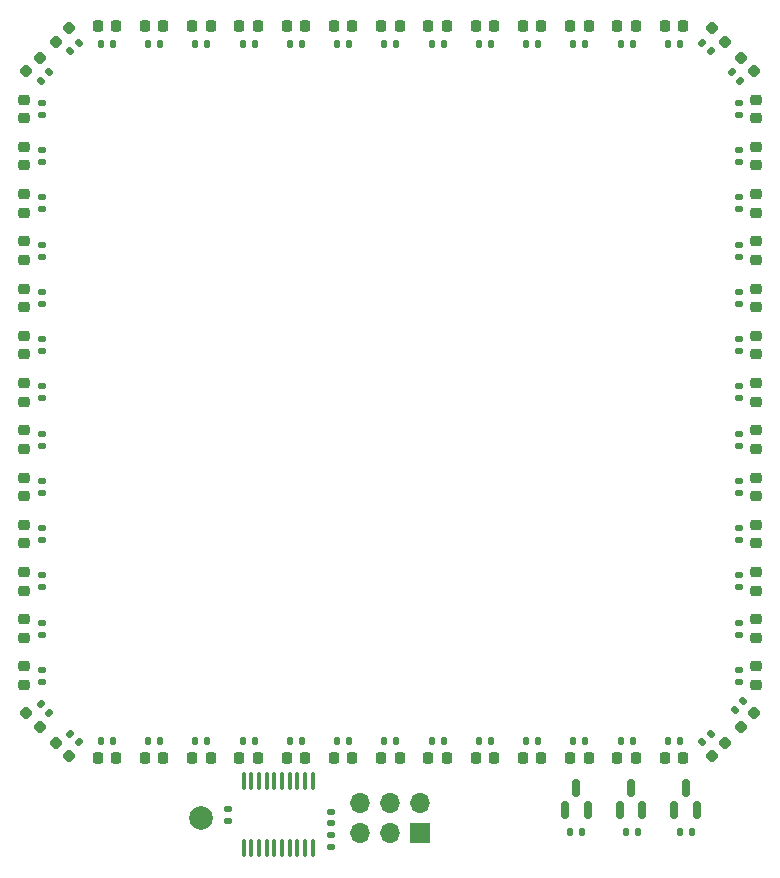
<source format=gts>
G04 #@! TF.GenerationSoftware,KiCad,Pcbnew,8.0.5-1.fc40*
G04 #@! TF.CreationDate,2024-11-12T05:50:39-08:00*
G04 #@! TF.ProjectId,2024-supercon-sign-sao,32303234-2d73-4757-9065-72636f6e2d73,rev?*
G04 #@! TF.SameCoordinates,Original*
G04 #@! TF.FileFunction,Soldermask,Top*
G04 #@! TF.FilePolarity,Negative*
%FSLAX46Y46*%
G04 Gerber Fmt 4.6, Leading zero omitted, Abs format (unit mm)*
G04 Created by KiCad (PCBNEW 8.0.5-1.fc40) date 2024-11-12 05:50:39*
%MOMM*%
%LPD*%
G01*
G04 APERTURE LIST*
G04 Aperture macros list*
%AMRoundRect*
0 Rectangle with rounded corners*
0 $1 Rounding radius*
0 $2 $3 $4 $5 $6 $7 $8 $9 X,Y pos of 4 corners*
0 Add a 4 corners polygon primitive as box body*
4,1,4,$2,$3,$4,$5,$6,$7,$8,$9,$2,$3,0*
0 Add four circle primitives for the rounded corners*
1,1,$1+$1,$2,$3*
1,1,$1+$1,$4,$5*
1,1,$1+$1,$6,$7*
1,1,$1+$1,$8,$9*
0 Add four rect primitives between the rounded corners*
20,1,$1+$1,$2,$3,$4,$5,0*
20,1,$1+$1,$4,$5,$6,$7,0*
20,1,$1+$1,$6,$7,$8,$9,0*
20,1,$1+$1,$8,$9,$2,$3,0*%
G04 Aperture macros list end*
%ADD10RoundRect,0.135000X-0.135000X-0.185000X0.135000X-0.185000X0.135000X0.185000X-0.135000X0.185000X0*%
%ADD11RoundRect,0.218750X-0.218750X-0.256250X0.218750X-0.256250X0.218750X0.256250X-0.218750X0.256250X0*%
%ADD12RoundRect,0.218750X0.256250X-0.218750X0.256250X0.218750X-0.256250X0.218750X-0.256250X-0.218750X0*%
%ADD13RoundRect,0.218750X0.026517X-0.335876X0.335876X-0.026517X-0.026517X0.335876X-0.335876X0.026517X0*%
%ADD14RoundRect,0.135000X0.035355X-0.226274X0.226274X-0.035355X-0.035355X0.226274X-0.226274X0.035355X0*%
%ADD15RoundRect,0.135000X0.185000X-0.135000X0.185000X0.135000X-0.185000X0.135000X-0.185000X-0.135000X0*%
%ADD16RoundRect,0.150000X0.150000X-0.587500X0.150000X0.587500X-0.150000X0.587500X-0.150000X-0.587500X0*%
%ADD17RoundRect,0.135000X-0.226274X-0.035355X-0.035355X-0.226274X0.226274X0.035355X0.035355X0.226274X0*%
%ADD18RoundRect,0.140000X0.170000X-0.140000X0.170000X0.140000X-0.170000X0.140000X-0.170000X-0.140000X0*%
%ADD19RoundRect,0.218750X-0.026517X0.335876X-0.335876X0.026517X0.026517X-0.335876X0.335876X-0.026517X0*%
%ADD20RoundRect,0.135000X-0.185000X0.135000X-0.185000X-0.135000X0.185000X-0.135000X0.185000X0.135000X0*%
%ADD21RoundRect,0.135000X0.226274X0.035355X0.035355X0.226274X-0.226274X-0.035355X-0.035355X-0.226274X0*%
%ADD22RoundRect,0.218750X0.335876X0.026517X0.026517X0.335876X-0.335876X-0.026517X-0.026517X-0.335876X0*%
%ADD23RoundRect,0.218750X-0.335876X-0.026517X-0.026517X-0.335876X0.335876X0.026517X0.026517X0.335876X0*%
%ADD24RoundRect,0.100000X0.100000X-0.637500X0.100000X0.637500X-0.100000X0.637500X-0.100000X-0.637500X0*%
%ADD25RoundRect,0.135000X-0.035355X0.226274X-0.226274X0.035355X0.035355X-0.226274X0.226274X-0.035355X0*%
%ADD26C,2.000000*%
%ADD27RoundRect,0.140000X-0.170000X0.140000X-0.170000X-0.140000X0.170000X-0.140000X0.170000X0.140000X0*%
%ADD28R,1.700000X1.700000*%
%ADD29O,1.700000X1.700000*%
G04 APERTURE END LIST*
D10*
G04 #@! TO.C,R54*
X121490000Y-128500000D03*
X122510000Y-128500000D03*
G04 #@! TD*
D11*
G04 #@! TO.C,DB10*
X149212500Y-68000000D03*
X150787500Y-68000000D03*
G04 #@! TD*
D12*
G04 #@! TO.C,DC13*
X157000000Y-103787500D03*
X157000000Y-102212500D03*
G04 #@! TD*
D13*
G04 #@! TO.C,DA6*
X97693153Y-69306847D03*
X98806847Y-68193153D03*
G04 #@! TD*
D11*
G04 #@! TO.C,DB18*
X125212500Y-130000000D03*
X126787500Y-130000000D03*
G04 #@! TD*
D10*
G04 #@! TO.C,R47*
X149490000Y-128500000D03*
X150510000Y-128500000D03*
G04 #@! TD*
D12*
G04 #@! TO.C,DB12*
X157000000Y-87787500D03*
X157000000Y-86212500D03*
G04 #@! TD*
D14*
G04 #@! TO.C,R15*
X96389376Y-72610624D03*
X97110624Y-71889376D03*
G04 #@! TD*
D11*
G04 #@! TO.C,DA19*
X117212500Y-130000000D03*
X118787500Y-130000000D03*
G04 #@! TD*
D15*
G04 #@! TO.C,R41*
X155500000Y-111509999D03*
X155500000Y-110490001D03*
G04 #@! TD*
D10*
G04 #@! TO.C,R27*
X141490000Y-69500000D03*
X142510000Y-69500000D03*
G04 #@! TD*
D11*
G04 #@! TO.C,DC17*
X133212500Y-130000000D03*
X134787500Y-130000000D03*
G04 #@! TD*
D10*
G04 #@! TO.C,R28*
X145490000Y-69500000D03*
X146510000Y-69500000D03*
G04 #@! TD*
G04 #@! TO.C,R59*
X101490000Y-128500000D03*
X102510000Y-128500000D03*
G04 #@! TD*
G04 #@! TO.C,R23*
X125490000Y-69500000D03*
X126510000Y-69500000D03*
G04 #@! TD*
D16*
G04 #@! TO.C,Q2*
X145425001Y-134375000D03*
X147325001Y-134375000D03*
X146375001Y-132499999D03*
G04 #@! TD*
G04 #@! TO.C,Q3*
X150050000Y-134375001D03*
X151950000Y-134375001D03*
X151000000Y-132500000D03*
G04 #@! TD*
D10*
G04 #@! TO.C,R20*
X113490000Y-69500000D03*
X114510000Y-69500000D03*
G04 #@! TD*
D11*
G04 #@! TO.C,DC9*
X141212500Y-68000000D03*
X142787500Y-68000000D03*
G04 #@! TD*
D10*
G04 #@! TO.C,R56*
X113490000Y-128500000D03*
X114510000Y-128500000D03*
G04 #@! TD*
D15*
G04 #@! TO.C,R40*
X155500000Y-107509999D03*
X155500000Y-106490001D03*
G04 #@! TD*
D11*
G04 #@! TO.C,DA8*
X121212500Y-68000000D03*
X122787500Y-68000000D03*
G04 #@! TD*
G04 #@! TO.C,DA7*
X109212500Y-68000000D03*
X110787500Y-68000000D03*
G04 #@! TD*
D17*
G04 #@! TO.C,R31*
X154889376Y-71889376D03*
X155610624Y-72610624D03*
G04 #@! TD*
D12*
G04 #@! TO.C,DB13*
X157000000Y-99787500D03*
X157000000Y-98212500D03*
G04 #@! TD*
D18*
G04 #@! TO.C,C1*
X121000000Y-135480000D03*
X121000000Y-134520000D03*
G04 #@! TD*
D10*
G04 #@! TO.C,R51*
X133490000Y-128500000D03*
X134510000Y-128500000D03*
G04 #@! TD*
D19*
G04 #@! TO.C,DA16*
X154306847Y-128693153D03*
X153193153Y-129806847D03*
G04 #@! TD*
D11*
G04 #@! TO.C,DB17*
X137212500Y-130000000D03*
X138787500Y-130000000D03*
G04 #@! TD*
D12*
G04 #@! TO.C,DA4*
X95000000Y-91787500D03*
X95000000Y-90212500D03*
G04 #@! TD*
G04 #@! TO.C,DB5*
X95000000Y-75787500D03*
X95000000Y-74212500D03*
G04 #@! TD*
D10*
G04 #@! TO.C,R63*
X145990001Y-136250000D03*
X147009999Y-136250000D03*
G04 #@! TD*
D11*
G04 #@! TO.C,DB19*
X113212500Y-130000000D03*
X114787500Y-130000000D03*
G04 #@! TD*
D14*
G04 #@! TO.C,R16*
X98889376Y-70110624D03*
X99610624Y-69389376D03*
G04 #@! TD*
D12*
G04 #@! TO.C,DA12*
X157000000Y-83787500D03*
X157000000Y-82212500D03*
G04 #@! TD*
D15*
G04 #@! TO.C,R11*
X96500000Y-87509999D03*
X96500000Y-86490001D03*
G04 #@! TD*
D10*
G04 #@! TO.C,R62*
X141240001Y-136250000D03*
X142259999Y-136250000D03*
G04 #@! TD*
G04 #@! TO.C,R22*
X121490000Y-69500000D03*
X122510000Y-69500000D03*
G04 #@! TD*
D15*
G04 #@! TO.C,R35*
X155500000Y-87509999D03*
X155500000Y-86490001D03*
G04 #@! TD*
D11*
G04 #@! TO.C,DB7*
X113212500Y-68000000D03*
X114787500Y-68000000D03*
G04 #@! TD*
D12*
G04 #@! TO.C,DC14*
X157000000Y-115787500D03*
X157000000Y-114212500D03*
G04 #@! TD*
D10*
G04 #@! TO.C,R21*
X117490000Y-69500000D03*
X118510000Y-69500000D03*
G04 #@! TD*
D12*
G04 #@! TO.C,DA2*
X95000000Y-115787500D03*
X95000000Y-114212500D03*
G04 #@! TD*
D15*
G04 #@! TO.C,R2*
X96500000Y-123509999D03*
X96500000Y-122490001D03*
G04 #@! TD*
G04 #@! TO.C,R42*
X155500000Y-115509999D03*
X155500000Y-114490001D03*
G04 #@! TD*
D10*
G04 #@! TO.C,R48*
X145490000Y-128500000D03*
X146510000Y-128500000D03*
G04 #@! TD*
D12*
G04 #@! TO.C,DC12*
X157000000Y-91787500D03*
X157000000Y-90212500D03*
G04 #@! TD*
G04 #@! TO.C,DA13*
X157000000Y-95787500D03*
X157000000Y-94212500D03*
G04 #@! TD*
D11*
G04 #@! TO.C,DB20*
X101212500Y-130000000D03*
X102787500Y-130000000D03*
G04 #@! TD*
D15*
G04 #@! TO.C,R10*
X96500000Y-91509999D03*
X96500000Y-90490001D03*
G04 #@! TD*
D12*
G04 #@! TO.C,DA15*
X157000000Y-119787500D03*
X157000000Y-118212500D03*
G04 #@! TD*
D11*
G04 #@! TO.C,DC18*
X121212500Y-130000000D03*
X122787500Y-130000000D03*
G04 #@! TD*
D10*
G04 #@! TO.C,R53*
X125490000Y-128500000D03*
X126510000Y-128500000D03*
G04 #@! TD*
D13*
G04 #@! TO.C,DC5*
X95193153Y-71806847D03*
X96306847Y-70693153D03*
G04 #@! TD*
D15*
G04 #@! TO.C,R12*
X96500000Y-83509999D03*
X96500000Y-82490001D03*
G04 #@! TD*
D10*
G04 #@! TO.C,R55*
X117490000Y-128500000D03*
X118510000Y-128500000D03*
G04 #@! TD*
D12*
G04 #@! TO.C,DA3*
X95000000Y-103787500D03*
X95000000Y-102212500D03*
G04 #@! TD*
D15*
G04 #@! TO.C,R7*
X96500000Y-103509999D03*
X96500000Y-102490001D03*
G04 #@! TD*
D20*
G04 #@! TO.C,R61*
X112250000Y-134240001D03*
X112250000Y-135259999D03*
G04 #@! TD*
D10*
G04 #@! TO.C,R19*
X109490000Y-69500000D03*
X110510000Y-69500000D03*
G04 #@! TD*
G04 #@! TO.C,R18*
X105490000Y-69500000D03*
X106510000Y-69500000D03*
G04 #@! TD*
D12*
G04 #@! TO.C,DA5*
X95000000Y-79787500D03*
X95000000Y-78212500D03*
G04 #@! TD*
D15*
G04 #@! TO.C,R32*
X155500000Y-75509999D03*
X155500000Y-74490001D03*
G04 #@! TD*
D12*
G04 #@! TO.C,DA14*
X157000000Y-107787500D03*
X157000000Y-106212500D03*
G04 #@! TD*
D10*
G04 #@! TO.C,R17*
X101490000Y-69500000D03*
X102510000Y-69500000D03*
G04 #@! TD*
D15*
G04 #@! TO.C,R5*
X96500000Y-111509999D03*
X96500000Y-110490001D03*
G04 #@! TD*
D21*
G04 #@! TO.C,R1*
X97110624Y-126110624D03*
X96389376Y-125389376D03*
G04 #@! TD*
D11*
G04 #@! TO.C,DA9*
X133212500Y-68000000D03*
X134787500Y-68000000D03*
G04 #@! TD*
D15*
G04 #@! TO.C,R34*
X155500000Y-83509999D03*
X155500000Y-82490001D03*
G04 #@! TD*
D11*
G04 #@! TO.C,DB9*
X137212500Y-68000000D03*
X138787500Y-68000000D03*
G04 #@! TD*
D10*
G04 #@! TO.C,R29*
X149490000Y-69500000D03*
X150510000Y-69500000D03*
G04 #@! TD*
D16*
G04 #@! TO.C,Q1*
X140800000Y-134375000D03*
X142700000Y-134375000D03*
X141750000Y-132499999D03*
G04 #@! TD*
D12*
G04 #@! TO.C,DB14*
X157000000Y-111787500D03*
X157000000Y-110212500D03*
G04 #@! TD*
G04 #@! TO.C,DB11*
X157000000Y-75787500D03*
X157000000Y-74212500D03*
G04 #@! TD*
D21*
G04 #@! TO.C,R60*
X99610624Y-128610624D03*
X98889376Y-127889376D03*
G04 #@! TD*
D15*
G04 #@! TO.C,R14*
X96500000Y-75509999D03*
X96500000Y-74490001D03*
G04 #@! TD*
D10*
G04 #@! TO.C,R26*
X137490000Y-69500000D03*
X138510000Y-69500000D03*
G04 #@! TD*
G04 #@! TO.C,R50*
X137480000Y-128500000D03*
X138500000Y-128500000D03*
G04 #@! TD*
D12*
G04 #@! TO.C,DB4*
X95000000Y-87787500D03*
X95000000Y-86212500D03*
G04 #@! TD*
D15*
G04 #@! TO.C,R3*
X96500000Y-119509999D03*
X96500000Y-118490001D03*
G04 #@! TD*
D11*
G04 #@! TO.C,DC7*
X117212500Y-68000000D03*
X118787500Y-68000000D03*
G04 #@! TD*
D12*
G04 #@! TO.C,DB15*
X157000000Y-123787500D03*
X157000000Y-122212500D03*
G04 #@! TD*
D22*
G04 #@! TO.C,DA1*
X96306847Y-127306847D03*
X95193153Y-126193153D03*
G04 #@! TD*
D11*
G04 #@! TO.C,DC6*
X105212500Y-68000000D03*
X106787500Y-68000000D03*
G04 #@! TD*
D12*
G04 #@! TO.C,DB2*
X95000000Y-111787500D03*
X95000000Y-110212500D03*
G04 #@! TD*
D15*
G04 #@! TO.C,R9*
X96500000Y-95509999D03*
X96500000Y-94490001D03*
G04 #@! TD*
D10*
G04 #@! TO.C,R57*
X109490000Y-128500000D03*
X110510000Y-128500000D03*
G04 #@! TD*
D11*
G04 #@! TO.C,DA10*
X145212500Y-68000000D03*
X146787500Y-68000000D03*
G04 #@! TD*
D23*
G04 #@! TO.C,DC10*
X153193153Y-68193153D03*
X154306847Y-69306847D03*
G04 #@! TD*
D12*
G04 #@! TO.C,DC11*
X157000000Y-79787500D03*
X157000000Y-78212500D03*
G04 #@! TD*
D10*
G04 #@! TO.C,R64*
X150490001Y-136250000D03*
X151509999Y-136250000D03*
G04 #@! TD*
D24*
G04 #@! TO.C,U1*
X113575000Y-137612500D03*
X114225000Y-137612500D03*
X114875000Y-137612500D03*
X115525000Y-137612500D03*
X116175000Y-137612500D03*
X116825000Y-137612500D03*
X117475000Y-137612500D03*
X118125000Y-137612500D03*
X118775000Y-137612500D03*
X119425000Y-137612500D03*
X119425000Y-131887500D03*
X118775000Y-131887500D03*
X118125000Y-131887500D03*
X117475000Y-131887500D03*
X116825000Y-131887500D03*
X116175000Y-131887500D03*
X115525000Y-131887500D03*
X114875000Y-131887500D03*
X114225000Y-131887500D03*
X113575000Y-131887500D03*
G04 #@! TD*
D11*
G04 #@! TO.C,DC8*
X129212500Y-68000000D03*
X130787500Y-68000000D03*
G04 #@! TD*
D12*
G04 #@! TO.C,DB1*
X95000000Y-123787500D03*
X95000000Y-122212500D03*
G04 #@! TD*
D15*
G04 #@! TO.C,R4*
X96500000Y-115509999D03*
X96500000Y-114490001D03*
G04 #@! TD*
D19*
G04 #@! TO.C,DC15*
X156806847Y-126193153D03*
X155693153Y-127306847D03*
G04 #@! TD*
D12*
G04 #@! TO.C,DC4*
X95000000Y-83787500D03*
X95000000Y-82212500D03*
G04 #@! TD*
D15*
G04 #@! TO.C,R39*
X155500000Y-103509999D03*
X155500000Y-102490001D03*
G04 #@! TD*
G04 #@! TO.C,R8*
X96500000Y-99509999D03*
X96500000Y-98490001D03*
G04 #@! TD*
D11*
G04 #@! TO.C,DA17*
X141212500Y-130000000D03*
X142787500Y-130000000D03*
G04 #@! TD*
D22*
G04 #@! TO.C,DC20*
X98806847Y-129806847D03*
X97693153Y-128693153D03*
G04 #@! TD*
D11*
G04 #@! TO.C,DC16*
X145212500Y-130000000D03*
X146787500Y-130000000D03*
G04 #@! TD*
D12*
G04 #@! TO.C,DC3*
X95000000Y-95787500D03*
X95000000Y-94212500D03*
G04 #@! TD*
D25*
G04 #@! TO.C,R46*
X153110624Y-127889376D03*
X152389376Y-128610624D03*
G04 #@! TD*
D17*
G04 #@! TO.C,R30*
X152389376Y-69389376D03*
X153110624Y-70110624D03*
G04 #@! TD*
D11*
G04 #@! TO.C,DB6*
X101212500Y-68000000D03*
X102787500Y-68000000D03*
G04 #@! TD*
D26*
G04 #@! TO.C,PD5*
X110000000Y-135000000D03*
G04 #@! TD*
D15*
G04 #@! TO.C,R33*
X155500000Y-79509999D03*
X155500000Y-78490001D03*
G04 #@! TD*
D11*
G04 #@! TO.C,DA20*
X105212500Y-130000000D03*
X106787500Y-130000000D03*
G04 #@! TD*
D12*
G04 #@! TO.C,DB3*
X95000000Y-99787500D03*
X95000000Y-98212500D03*
G04 #@! TD*
D10*
G04 #@! TO.C,R58*
X105490000Y-128500000D03*
X106510000Y-128500000D03*
G04 #@! TD*
D15*
G04 #@! TO.C,R13*
X96500000Y-79509999D03*
X96500000Y-78490001D03*
G04 #@! TD*
D12*
G04 #@! TO.C,DC1*
X95000000Y-119787500D03*
X95000000Y-118212500D03*
G04 #@! TD*
D11*
G04 #@! TO.C,DB16*
X149212500Y-130000000D03*
X150787500Y-130000000D03*
G04 #@! TD*
D15*
G04 #@! TO.C,R6*
X96500000Y-107509999D03*
X96500000Y-106490001D03*
G04 #@! TD*
D11*
G04 #@! TO.C,DC19*
X109212500Y-130000000D03*
X110787500Y-130000000D03*
G04 #@! TD*
D12*
G04 #@! TO.C,DC2*
X95000000Y-107787500D03*
X95000000Y-106212500D03*
G04 #@! TD*
D15*
G04 #@! TO.C,R38*
X155500000Y-99509999D03*
X155500000Y-98490001D03*
G04 #@! TD*
G04 #@! TO.C,R37*
X155500000Y-95509999D03*
X155500000Y-94490001D03*
G04 #@! TD*
G04 #@! TO.C,R44*
X155500000Y-123509999D03*
X155500000Y-122490001D03*
G04 #@! TD*
D11*
G04 #@! TO.C,DB8*
X125212500Y-68000000D03*
X126787500Y-68000000D03*
G04 #@! TD*
D27*
G04 #@! TO.C,C2*
X121000000Y-136520000D03*
X121000000Y-137480000D03*
G04 #@! TD*
D10*
G04 #@! TO.C,R24*
X129490000Y-69500000D03*
X130510000Y-69500000D03*
G04 #@! TD*
D23*
G04 #@! TO.C,DA11*
X155693153Y-70693153D03*
X156806847Y-71806847D03*
G04 #@! TD*
D11*
G04 #@! TO.C,DA18*
X129212500Y-130000000D03*
X130787500Y-130000000D03*
G04 #@! TD*
D10*
G04 #@! TO.C,R52*
X129490000Y-128500000D03*
X130510000Y-128500000D03*
G04 #@! TD*
D25*
G04 #@! TO.C,R45*
X155860624Y-125139376D03*
X155139376Y-125860624D03*
G04 #@! TD*
D15*
G04 #@! TO.C,R36*
X155500000Y-91509999D03*
X155500000Y-90490001D03*
G04 #@! TD*
G04 #@! TO.C,R43*
X155500000Y-119509999D03*
X155500000Y-118490001D03*
G04 #@! TD*
D10*
G04 #@! TO.C,R49*
X141490000Y-128500000D03*
X142510000Y-128500000D03*
G04 #@! TD*
G04 #@! TO.C,R25*
X133490000Y-69500000D03*
X134510000Y-69500000D03*
G04 #@! TD*
D28*
G04 #@! TO.C,J1*
X128525000Y-136275000D03*
D29*
X128525000Y-133735000D03*
X125985000Y-136275000D03*
X125985000Y-133735000D03*
X123445001Y-136275000D03*
X123445000Y-133735000D03*
G04 #@! TD*
M02*

</source>
